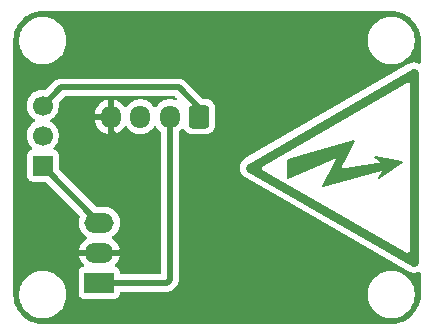
<source format=gbr>
%TF.GenerationSoftware,KiCad,Pcbnew,9.0.3*%
%TF.CreationDate,2025-07-21T23:12:44+12:00*%
%TF.ProjectId,SPI-POWER-INJECTOR,5350492d-504f-4574-9552-2d494e4a4543,rev?*%
%TF.SameCoordinates,Original*%
%TF.FileFunction,Copper,L2,Bot*%
%TF.FilePolarity,Positive*%
%FSLAX46Y46*%
G04 Gerber Fmt 4.6, Leading zero omitted, Abs format (unit mm)*
G04 Created by KiCad (PCBNEW 9.0.3) date 2025-07-21 23:12:44*
%MOMM*%
%LPD*%
G01*
G04 APERTURE LIST*
G04 Aperture macros list*
%AMRoundRect*
0 Rectangle with rounded corners*
0 $1 Rounding radius*
0 $2 $3 $4 $5 $6 $7 $8 $9 X,Y pos of 4 corners*
0 Add a 4 corners polygon primitive as box body*
4,1,4,$2,$3,$4,$5,$6,$7,$8,$9,$2,$3,0*
0 Add four circle primitives for the rounded corners*
1,1,$1+$1,$2,$3*
1,1,$1+$1,$4,$5*
1,1,$1+$1,$6,$7*
1,1,$1+$1,$8,$9*
0 Add four rect primitives between the rounded corners*
20,1,$1+$1,$2,$3,$4,$5,0*
20,1,$1+$1,$4,$5,$6,$7,0*
20,1,$1+$1,$6,$7,$8,$9,0*
20,1,$1+$1,$8,$9,$2,$3,0*%
G04 Aperture macros list end*
%TA.AperFunction,EtchedComponent*%
%ADD10C,0.800000*%
%TD*%
%TA.AperFunction,EtchedComponent*%
%ADD11C,0.200000*%
%TD*%
%TA.AperFunction,ComponentPad*%
%ADD12RoundRect,0.250000X0.600000X0.725000X-0.600000X0.725000X-0.600000X-0.725000X0.600000X-0.725000X0*%
%TD*%
%TA.AperFunction,ComponentPad*%
%ADD13O,1.700000X1.950000*%
%TD*%
%TA.AperFunction,ComponentPad*%
%ADD14R,2.500000X1.700000*%
%TD*%
%TA.AperFunction,ComponentPad*%
%ADD15O,2.500000X1.700000*%
%TD*%
%TA.AperFunction,ComponentPad*%
%ADD16R,1.700000X1.700000*%
%TD*%
%TA.AperFunction,ComponentPad*%
%ADD17C,1.700000*%
%TD*%
%TA.AperFunction,Conductor*%
%ADD18C,0.500000*%
%TD*%
%TA.AperFunction,Conductor*%
%ADD19C,0.200000*%
%TD*%
G04 APERTURE END LIST*
D10*
%TO.C,REF\u002A\u002A*%
X168930000Y-81250000D02*
X155070000Y-89250000D01*
D11*
X168694632Y-82123161D02*
X168285368Y-81856839D01*
X162160000Y-88340000D02*
X162470000Y-88620000D01*
X166050000Y-88610000D02*
X166270000Y-89730000D01*
X162470000Y-88620000D02*
X162660000Y-89150000D01*
X155940000Y-88990000D02*
X155940000Y-89510000D01*
X162660000Y-89150000D02*
X162930000Y-89490000D01*
X168674632Y-96356839D02*
X168265368Y-96623161D01*
D10*
X168930000Y-97250000D02*
X168930000Y-81250000D01*
X168930000Y-97250000D02*
X155070000Y-89250000D01*
D11*
X162568249Y-89424750D02*
X166346500Y-88821500D01*
X165648000Y-88313500D01*
X167933999Y-88789749D01*
X165997250Y-90091500D01*
X166441749Y-89361250D01*
X161234750Y-90790000D01*
X162600000Y-88250000D01*
X158250250Y-90123249D01*
X158250250Y-88567499D01*
X163870000Y-86980000D01*
X162568249Y-89424750D01*
%TA.AperFunction,EtchedComponent*%
G36*
X162568249Y-89424750D02*
G01*
X166346500Y-88821500D01*
X165648000Y-88313500D01*
X167933999Y-88789749D01*
X165997250Y-90091500D01*
X166441749Y-89361250D01*
X161234750Y-90790000D01*
X162600000Y-88250000D01*
X158250250Y-90123249D01*
X158250250Y-88567499D01*
X163870000Y-86980000D01*
X162568249Y-89424750D01*
G37*
%TD.AperFunction*%
%TD*%
D12*
%TO.P,POWER IN,1*%
%TO.N,5VIN*%
X150750000Y-84945000D03*
D13*
%TO.P,POWER IN,2*%
%TO.N,12VIN*%
X148250000Y-84945000D03*
%TO.P,POWER IN,3*%
%TO.N,N/C*%
X145750000Y-84945000D03*
%TO.P,POWER IN,4*%
%TO.N,GND*%
X143250000Y-84945000D03*
%TD*%
D14*
%TO.P,8/36V-5V_2A,1*%
%TO.N,12VIN*%
X142292500Y-98997500D03*
D15*
%TO.P,8/36V-5V_2A,2*%
%TO.N,GND*%
X142292500Y-96457500D03*
%TO.P,8/36V-5V_2A,3*%
%TO.N,5VOLT*%
X142292500Y-93917500D03*
%TD*%
D16*
%TO.P,JP1,1*%
%TO.N,5VOLT*%
X137500000Y-89080000D03*
D17*
%TO.P,JP1,2*%
%TO.N,FUSE*%
X137500000Y-86540000D03*
%TO.P,JP1,3*%
%TO.N,5VIN*%
X137500000Y-84000000D03*
%TD*%
D18*
%TO.N,5VIN*%
X150750000Y-84945000D02*
X150750000Y-84210000D01*
X150750000Y-84210000D02*
X149000000Y-82460000D01*
X149000000Y-82460000D02*
X139040000Y-82460000D01*
X139040000Y-82460000D02*
X137500000Y-84000000D01*
%TO.N,GND*%
X143250000Y-86250000D02*
X143250000Y-84945000D01*
X144042500Y-96457500D02*
X145500000Y-95000000D01*
X142292500Y-96457500D02*
X144042500Y-96457500D01*
X145500000Y-95000000D02*
X145500000Y-88500000D01*
X145500000Y-88500000D02*
X143250000Y-86250000D01*
D19*
%TO.N,5VOLT*%
X137500000Y-89125000D02*
X137500000Y-89080000D01*
D18*
X142292500Y-93917500D02*
X137500000Y-89125000D01*
%TO.N,12VIN*%
X148250000Y-98750000D02*
X148250000Y-94250000D01*
X148002500Y-98997500D02*
X148250000Y-98750000D01*
X148250000Y-84945000D02*
X148250000Y-94250000D01*
X141792500Y-98997500D02*
X148002500Y-98997500D01*
%TD*%
%TA.AperFunction,Conductor*%
%TO.N,GND*%
G36*
X148704809Y-83230185D02*
G01*
X148725451Y-83246819D01*
X148815979Y-83337347D01*
X148849464Y-83398670D01*
X148844480Y-83468362D01*
X148802608Y-83524295D01*
X148737144Y-83548712D01*
X148689981Y-83542959D01*
X148566243Y-83502754D01*
X148566241Y-83502753D01*
X148566240Y-83502753D01*
X148404957Y-83477208D01*
X148356287Y-83469500D01*
X148143713Y-83469500D01*
X148095042Y-83477208D01*
X147933760Y-83502753D01*
X147933757Y-83502754D01*
X147792314Y-83548712D01*
X147731585Y-83568444D01*
X147542179Y-83664951D01*
X147370213Y-83789890D01*
X147219894Y-83940209D01*
X147219890Y-83940214D01*
X147100318Y-84104793D01*
X147044989Y-84147459D01*
X146975375Y-84153438D01*
X146913580Y-84120833D01*
X146899682Y-84104793D01*
X146780109Y-83940214D01*
X146780105Y-83940209D01*
X146629786Y-83789890D01*
X146457820Y-83664951D01*
X146268414Y-83568444D01*
X146268413Y-83568443D01*
X146268412Y-83568443D01*
X146066243Y-83502754D01*
X146066241Y-83502753D01*
X146066240Y-83502753D01*
X145904957Y-83477208D01*
X145856287Y-83469500D01*
X145643713Y-83469500D01*
X145595042Y-83477208D01*
X145433760Y-83502753D01*
X145433757Y-83502754D01*
X145292314Y-83548712D01*
X145231585Y-83568444D01*
X145042179Y-83664951D01*
X144870213Y-83789890D01*
X144719894Y-83940209D01*
X144719890Y-83940214D01*
X144600008Y-84105218D01*
X144544678Y-84147884D01*
X144475065Y-84153863D01*
X144413270Y-84121257D01*
X144399372Y-84105218D01*
X144279727Y-83940540D01*
X144279723Y-83940535D01*
X144129464Y-83790276D01*
X144129459Y-83790272D01*
X143957557Y-83665379D01*
X143768215Y-83568903D01*
X143566124Y-83503241D01*
X143500000Y-83492768D01*
X143500000Y-84540854D01*
X143433343Y-84502370D01*
X143312535Y-84470000D01*
X143187465Y-84470000D01*
X143066657Y-84502370D01*
X143000000Y-84540854D01*
X143000000Y-83492768D01*
X142999999Y-83492768D01*
X142933875Y-83503241D01*
X142731784Y-83568903D01*
X142542442Y-83665379D01*
X142370540Y-83790272D01*
X142370535Y-83790276D01*
X142220276Y-83940535D01*
X142220272Y-83940540D01*
X142095379Y-84112442D01*
X141998904Y-84301782D01*
X141933242Y-84503869D01*
X141933242Y-84503872D01*
X141902970Y-84695000D01*
X142845854Y-84695000D01*
X142807370Y-84761657D01*
X142775000Y-84882465D01*
X142775000Y-85007535D01*
X142807370Y-85128343D01*
X142845854Y-85195000D01*
X141902970Y-85195000D01*
X141933242Y-85386127D01*
X141933242Y-85386130D01*
X141998904Y-85588217D01*
X142095379Y-85777557D01*
X142220272Y-85949459D01*
X142220276Y-85949464D01*
X142370535Y-86099723D01*
X142370540Y-86099727D01*
X142542442Y-86224620D01*
X142731782Y-86321095D01*
X142933871Y-86386757D01*
X143000000Y-86397231D01*
X143000000Y-85349145D01*
X143066657Y-85387630D01*
X143187465Y-85420000D01*
X143312535Y-85420000D01*
X143433343Y-85387630D01*
X143500000Y-85349145D01*
X143500000Y-86397230D01*
X143566126Y-86386757D01*
X143566129Y-86386757D01*
X143768217Y-86321095D01*
X143957557Y-86224620D01*
X144129459Y-86099727D01*
X144129464Y-86099723D01*
X144279721Y-85949466D01*
X144399371Y-85784781D01*
X144454701Y-85742115D01*
X144524314Y-85736136D01*
X144586110Y-85768741D01*
X144600008Y-85784781D01*
X144719890Y-85949785D01*
X144719894Y-85949790D01*
X144870213Y-86100109D01*
X145042179Y-86225048D01*
X145042181Y-86225049D01*
X145042184Y-86225051D01*
X145231588Y-86321557D01*
X145433757Y-86387246D01*
X145643713Y-86420500D01*
X145643714Y-86420500D01*
X145856286Y-86420500D01*
X145856287Y-86420500D01*
X146066243Y-86387246D01*
X146268412Y-86321557D01*
X146457816Y-86225051D01*
X146505811Y-86190181D01*
X146629786Y-86100109D01*
X146629788Y-86100106D01*
X146629792Y-86100104D01*
X146780104Y-85949792D01*
X146899683Y-85785204D01*
X146955011Y-85742540D01*
X147024624Y-85736561D01*
X147086420Y-85769166D01*
X147100313Y-85785199D01*
X147219896Y-85949792D01*
X147370208Y-86100104D01*
X147448384Y-86156902D01*
X147491051Y-86212231D01*
X147499500Y-86257220D01*
X147499500Y-98123000D01*
X147479815Y-98190039D01*
X147427011Y-98235794D01*
X147375500Y-98247000D01*
X144166999Y-98247000D01*
X144099960Y-98227315D01*
X144054205Y-98174511D01*
X144042999Y-98123000D01*
X144042999Y-98099629D01*
X144042998Y-98099623D01*
X144042997Y-98099616D01*
X144036591Y-98040017D01*
X144026554Y-98013107D01*
X143986297Y-97905171D01*
X143986293Y-97905164D01*
X143900047Y-97789955D01*
X143900044Y-97789952D01*
X143784835Y-97703706D01*
X143784828Y-97703702D01*
X143652901Y-97654497D01*
X143596967Y-97612626D01*
X143572550Y-97547162D01*
X143587402Y-97478889D01*
X143608553Y-97450633D01*
X143722228Y-97336958D01*
X143847120Y-97165057D01*
X143943595Y-96975717D01*
X144009257Y-96773629D01*
X144009257Y-96773626D01*
X144019731Y-96707500D01*
X142840982Y-96707500D01*
X142851611Y-96689091D01*
X142892500Y-96536491D01*
X142892500Y-96378509D01*
X142851611Y-96225909D01*
X142840982Y-96207500D01*
X144019731Y-96207500D01*
X144009257Y-96141373D01*
X144009257Y-96141370D01*
X143943595Y-95939282D01*
X143847120Y-95749942D01*
X143722227Y-95578040D01*
X143722223Y-95578035D01*
X143571964Y-95427776D01*
X143571959Y-95427772D01*
X143400055Y-95302877D01*
X143391000Y-95298263D01*
X143340206Y-95250288D01*
X143323412Y-95182466D01*
X143345951Y-95116332D01*
X143391008Y-95077293D01*
X143400316Y-95072551D01*
X143479507Y-95015015D01*
X143572286Y-94947609D01*
X143572288Y-94947606D01*
X143572292Y-94947604D01*
X143722604Y-94797292D01*
X143722606Y-94797288D01*
X143722609Y-94797286D01*
X143847548Y-94625320D01*
X143847547Y-94625320D01*
X143847551Y-94625316D01*
X143944057Y-94435912D01*
X144009746Y-94233743D01*
X144043000Y-94023787D01*
X144043000Y-93811213D01*
X144009746Y-93601257D01*
X143944057Y-93399088D01*
X143847551Y-93209684D01*
X143847549Y-93209681D01*
X143847548Y-93209679D01*
X143722609Y-93037713D01*
X143572286Y-92887390D01*
X143400320Y-92762451D01*
X143210914Y-92665944D01*
X143210913Y-92665943D01*
X143210912Y-92665943D01*
X143008743Y-92600254D01*
X143008741Y-92600253D01*
X143008740Y-92600253D01*
X142847457Y-92574708D01*
X142798787Y-92567000D01*
X142798786Y-92567000D01*
X142054729Y-92567000D01*
X141987690Y-92547315D01*
X141967048Y-92530681D01*
X138886818Y-89450450D01*
X138853333Y-89389127D01*
X138850499Y-89362769D01*
X138850499Y-88182129D01*
X138850498Y-88182123D01*
X138850497Y-88182116D01*
X138844091Y-88122517D01*
X138834290Y-88096240D01*
X138793797Y-87987671D01*
X138793793Y-87987664D01*
X138707547Y-87872455D01*
X138707544Y-87872452D01*
X138592335Y-87786206D01*
X138592328Y-87786202D01*
X138460917Y-87737189D01*
X138404983Y-87695318D01*
X138380566Y-87629853D01*
X138395418Y-87561580D01*
X138416563Y-87533332D01*
X138530104Y-87419792D01*
X138655051Y-87247816D01*
X138751557Y-87058412D01*
X138817246Y-86856243D01*
X138850500Y-86646287D01*
X138850500Y-86433713D01*
X138817246Y-86223757D01*
X138751557Y-86021588D01*
X138655051Y-85832184D01*
X138655049Y-85832181D01*
X138655048Y-85832179D01*
X138530109Y-85660213D01*
X138379786Y-85509890D01*
X138207820Y-85384951D01*
X138207115Y-85384591D01*
X138199054Y-85380485D01*
X138196326Y-85377907D01*
X138192683Y-85377000D01*
X138171126Y-85354108D01*
X138148259Y-85332512D01*
X138147356Y-85328866D01*
X138144783Y-85326134D01*
X138139023Y-85295221D01*
X138131463Y-85264692D01*
X138132673Y-85261138D01*
X138131986Y-85257446D01*
X138143855Y-85228323D01*
X138153999Y-85198556D01*
X138157353Y-85195206D01*
X138158357Y-85192744D01*
X138166378Y-85186194D01*
X138184051Y-85168548D01*
X138191233Y-85163499D01*
X138207816Y-85155051D01*
X138379792Y-85030104D01*
X138530104Y-84879792D01*
X138530106Y-84879788D01*
X138530109Y-84879786D01*
X138655048Y-84707820D01*
X138655047Y-84707820D01*
X138655051Y-84707816D01*
X138751557Y-84518412D01*
X138817246Y-84316243D01*
X138850500Y-84106287D01*
X138850500Y-83893713D01*
X138835382Y-83798268D01*
X138844336Y-83728979D01*
X138870171Y-83691195D01*
X139314549Y-83246819D01*
X139375872Y-83213334D01*
X139402230Y-83210500D01*
X148637770Y-83210500D01*
X148704809Y-83230185D01*
G37*
%TD.AperFunction*%
%TA.AperFunction,Conductor*%
G36*
X167003736Y-76000726D02*
G01*
X167293796Y-76018271D01*
X167308659Y-76020076D01*
X167590798Y-76071780D01*
X167605335Y-76075363D01*
X167879172Y-76160695D01*
X167893163Y-76166000D01*
X168154743Y-76283727D01*
X168167989Y-76290680D01*
X168413465Y-76439075D01*
X168425776Y-76447573D01*
X168535748Y-76533730D01*
X168651573Y-76624473D01*
X168662781Y-76634403D01*
X168865596Y-76837218D01*
X168875526Y-76848426D01*
X168995481Y-77001538D01*
X169052422Y-77074217D01*
X169060926Y-77086537D01*
X169201633Y-77319295D01*
X169209316Y-77332004D01*
X169216275Y-77345263D01*
X169333997Y-77606831D01*
X169339306Y-77620832D01*
X169424635Y-77894663D01*
X169428219Y-77909201D01*
X169479923Y-78191340D01*
X169481728Y-78206205D01*
X169499274Y-78496263D01*
X169499500Y-78503750D01*
X169499500Y-80325620D01*
X169490259Y-80357090D01*
X169482142Y-80388894D01*
X169480460Y-80390459D01*
X169479815Y-80392659D01*
X169455032Y-80414132D01*
X169431004Y-80436504D01*
X169428744Y-80436911D01*
X169427011Y-80438414D01*
X169394531Y-80443084D01*
X169362245Y-80448909D01*
X169359281Y-80448152D01*
X169357853Y-80448358D01*
X169328047Y-80440181D01*
X169305636Y-80430898D01*
X169298235Y-80427544D01*
X169248831Y-80403175D01*
X169248828Y-80403174D01*
X169227971Y-80397583D01*
X169212627Y-80392374D01*
X169192668Y-80384107D01*
X169192666Y-80384106D01*
X169192664Y-80384105D01*
X169192663Y-80384105D01*
X169138628Y-80373355D01*
X169138628Y-80373356D01*
X169134631Y-80372561D01*
X169077497Y-80357246D01*
X169047844Y-80355298D01*
X169039882Y-80353714D01*
X169039881Y-80353714D01*
X169018693Y-80349500D01*
X169018691Y-80349500D01*
X168959526Y-80349500D01*
X168900495Y-80345624D01*
X168871029Y-80349500D01*
X168841309Y-80349500D01*
X168787264Y-80360249D01*
X168787263Y-80360248D01*
X168783252Y-80361045D01*
X168724627Y-80368758D01*
X168696491Y-80378304D01*
X168688526Y-80379889D01*
X168688524Y-80379890D01*
X168667335Y-80384105D01*
X168667329Y-80384107D01*
X168616430Y-80405188D01*
X168616431Y-80405190D01*
X168612672Y-80406747D01*
X168556651Y-80425757D01*
X168530923Y-80440606D01*
X168523416Y-80443716D01*
X168523418Y-80443716D01*
X168503452Y-80451987D01*
X168457631Y-80482602D01*
X168450731Y-80486892D01*
X154648781Y-88453386D01*
X154645264Y-88455415D01*
X154592088Y-88481647D01*
X154568643Y-88499640D01*
X154561591Y-88503711D01*
X154561588Y-88503714D01*
X154543027Y-88514428D01*
X154543018Y-88514434D01*
X154501461Y-88550869D01*
X154501462Y-88550870D01*
X154498414Y-88553541D01*
X154451373Y-88589647D01*
X154431879Y-88611879D01*
X154425758Y-88617246D01*
X154425756Y-88617246D01*
X154409648Y-88631371D01*
X154409644Y-88631375D01*
X154375998Y-88675212D01*
X154370871Y-88681459D01*
X154334437Y-88723014D01*
X154334429Y-88723025D01*
X154323715Y-88741585D01*
X154319644Y-88748637D01*
X154301647Y-88772088D01*
X154275415Y-88825263D01*
X154273390Y-88828772D01*
X154273387Y-88828779D01*
X154245757Y-88876650D01*
X154245756Y-88876652D01*
X154238869Y-88896946D01*
X154232656Y-88911945D01*
X154223176Y-88931164D01*
X154223174Y-88931170D01*
X154208863Y-88984555D01*
X154207816Y-88988462D01*
X154188758Y-89044627D01*
X154184902Y-89073931D01*
X154182795Y-89081794D01*
X154177246Y-89102495D01*
X154177244Y-89102508D01*
X154173623Y-89157651D01*
X154173358Y-89161694D01*
X154165624Y-89220496D01*
X154167560Y-89249993D01*
X154167027Y-89258120D01*
X154165624Y-89279498D01*
X154165624Y-89279505D01*
X154172829Y-89334287D01*
X154173621Y-89342328D01*
X154177244Y-89397496D01*
X154177245Y-89397500D01*
X154181704Y-89414131D01*
X154184902Y-89426061D01*
X154188758Y-89455373D01*
X154207816Y-89511537D01*
X154223175Y-89568831D01*
X154236255Y-89595348D01*
X154245757Y-89623349D01*
X154275407Y-89674719D01*
X154277195Y-89678344D01*
X154277195Y-89678345D01*
X154301648Y-89727914D01*
X154301648Y-89727915D01*
X154314690Y-89744908D01*
X154323714Y-89758412D01*
X154332290Y-89773269D01*
X154334430Y-89776976D01*
X154341571Y-89785120D01*
X154370867Y-89818533D01*
X154370867Y-89818534D01*
X154373544Y-89821588D01*
X154409647Y-89868627D01*
X154431875Y-89888117D01*
X154437238Y-89894233D01*
X154437244Y-89894239D01*
X154451373Y-89910353D01*
X154451376Y-89910356D01*
X154495213Y-89944001D01*
X154501465Y-89949131D01*
X154543024Y-89985570D01*
X154543026Y-89985571D01*
X154561580Y-89996280D01*
X154561583Y-89996282D01*
X154568637Y-90000353D01*
X154592088Y-90018353D01*
X154645271Y-90044586D01*
X154648782Y-90046613D01*
X158191276Y-92091342D01*
X168450745Y-98013114D01*
X168457613Y-98017383D01*
X168503453Y-98048013D01*
X168530914Y-98059387D01*
X168556651Y-98074243D01*
X168612672Y-98093252D01*
X168667334Y-98115894D01*
X168696484Y-98121692D01*
X168724627Y-98131242D01*
X168783281Y-98138957D01*
X168841309Y-98150500D01*
X168862909Y-98150500D01*
X168879079Y-98151559D01*
X168880872Y-98151794D01*
X168900495Y-98154376D01*
X168959526Y-98150500D01*
X169018691Y-98150500D01*
X169047844Y-98144701D01*
X169077497Y-98142754D01*
X169130721Y-98128486D01*
X169138599Y-98126648D01*
X169192666Y-98115894D01*
X169220125Y-98104519D01*
X169248831Y-98096825D01*
X169301883Y-98070655D01*
X169328054Y-98059814D01*
X169397520Y-98052349D01*
X169459999Y-98083626D01*
X169495649Y-98143716D01*
X169499500Y-98174378D01*
X169499500Y-99996249D01*
X169499274Y-100003736D01*
X169481728Y-100293794D01*
X169479923Y-100308659D01*
X169428219Y-100590798D01*
X169424635Y-100605336D01*
X169339306Y-100879167D01*
X169333997Y-100893168D01*
X169216275Y-101154736D01*
X169209316Y-101167995D01*
X169060928Y-101413459D01*
X169052422Y-101425782D01*
X168875526Y-101651573D01*
X168865596Y-101662781D01*
X168662781Y-101865596D01*
X168651573Y-101875526D01*
X168425782Y-102052422D01*
X168413459Y-102060928D01*
X168167995Y-102209316D01*
X168154736Y-102216275D01*
X167893168Y-102333997D01*
X167879167Y-102339306D01*
X167605336Y-102424635D01*
X167590798Y-102428219D01*
X167308659Y-102479923D01*
X167293794Y-102481728D01*
X167003736Y-102499274D01*
X166996249Y-102499500D01*
X137503751Y-102499500D01*
X137496264Y-102499274D01*
X137206205Y-102481728D01*
X137191340Y-102479923D01*
X136909201Y-102428219D01*
X136894663Y-102424635D01*
X136620832Y-102339306D01*
X136606831Y-102333997D01*
X136345263Y-102216275D01*
X136332004Y-102209316D01*
X136086540Y-102060928D01*
X136074217Y-102052422D01*
X136007943Y-102000500D01*
X135848426Y-101875526D01*
X135837218Y-101865596D01*
X135634403Y-101662781D01*
X135624473Y-101651573D01*
X135447573Y-101425776D01*
X135439075Y-101413465D01*
X135290680Y-101167989D01*
X135283727Y-101154743D01*
X135166000Y-100893163D01*
X135160693Y-100879167D01*
X135075364Y-100605336D01*
X135071780Y-100590798D01*
X135035187Y-100391116D01*
X135020075Y-100308657D01*
X135018271Y-100293794D01*
X135000726Y-100003736D01*
X135000500Y-99996249D01*
X135000500Y-99868872D01*
X135499500Y-99868872D01*
X135499500Y-100131127D01*
X135520436Y-100290140D01*
X135533730Y-100391116D01*
X135589210Y-100598170D01*
X135601602Y-100644418D01*
X135601605Y-100644428D01*
X135701953Y-100886690D01*
X135701958Y-100886700D01*
X135833075Y-101113803D01*
X135992718Y-101321851D01*
X135992726Y-101321860D01*
X136178140Y-101507274D01*
X136178148Y-101507281D01*
X136386196Y-101666924D01*
X136613299Y-101798041D01*
X136613309Y-101798046D01*
X136789202Y-101870903D01*
X136855581Y-101898398D01*
X137108884Y-101966270D01*
X137368880Y-102000500D01*
X137368887Y-102000500D01*
X137631113Y-102000500D01*
X137631120Y-102000500D01*
X137891116Y-101966270D01*
X138144419Y-101898398D01*
X138386697Y-101798043D01*
X138613803Y-101666924D01*
X138821851Y-101507282D01*
X138821855Y-101507277D01*
X138821860Y-101507274D01*
X139007274Y-101321860D01*
X139007277Y-101321855D01*
X139007282Y-101321851D01*
X139166924Y-101113803D01*
X139298043Y-100886697D01*
X139398398Y-100644419D01*
X139466270Y-100391116D01*
X139500500Y-100131120D01*
X139500500Y-99868880D01*
X139466270Y-99608884D01*
X139398398Y-99355581D01*
X139345727Y-99228421D01*
X139298046Y-99113309D01*
X139298041Y-99113299D01*
X139166924Y-98886196D01*
X139007281Y-98678148D01*
X139007274Y-98678140D01*
X138821860Y-98492726D01*
X138821851Y-98492718D01*
X138613803Y-98333075D01*
X138386700Y-98201958D01*
X138386690Y-98201953D01*
X138144428Y-98101605D01*
X138144421Y-98101603D01*
X138144419Y-98101602D01*
X137891116Y-98033730D01*
X137833339Y-98026123D01*
X137631127Y-97999500D01*
X137631120Y-97999500D01*
X137368880Y-97999500D01*
X137368872Y-97999500D01*
X137137772Y-98029926D01*
X137108884Y-98033730D01*
X136957687Y-98074243D01*
X136855581Y-98101602D01*
X136855571Y-98101605D01*
X136613309Y-98201953D01*
X136613299Y-98201958D01*
X136386196Y-98333075D01*
X136178148Y-98492718D01*
X135992718Y-98678148D01*
X135833075Y-98886196D01*
X135701958Y-99113299D01*
X135701953Y-99113309D01*
X135601605Y-99355571D01*
X135601602Y-99355581D01*
X135541349Y-99580452D01*
X135533730Y-99608885D01*
X135499500Y-99868872D01*
X135000500Y-99868872D01*
X135000500Y-83893713D01*
X136149500Y-83893713D01*
X136149500Y-84106286D01*
X136180463Y-84301782D01*
X136182754Y-84316243D01*
X136243681Y-84503757D01*
X136248444Y-84518414D01*
X136344951Y-84707820D01*
X136469890Y-84879786D01*
X136620213Y-85030109D01*
X136792182Y-85155050D01*
X136800946Y-85159516D01*
X136851742Y-85207491D01*
X136868536Y-85275312D01*
X136845998Y-85341447D01*
X136800946Y-85380484D01*
X136792182Y-85384949D01*
X136620213Y-85509890D01*
X136469890Y-85660213D01*
X136344951Y-85832179D01*
X136248444Y-86021585D01*
X136182753Y-86223760D01*
X136153256Y-86409998D01*
X136149500Y-86433713D01*
X136149500Y-86646287D01*
X136182754Y-86856243D01*
X136230000Y-87001652D01*
X136248444Y-87058414D01*
X136344951Y-87247820D01*
X136469890Y-87419786D01*
X136583430Y-87533326D01*
X136616915Y-87594649D01*
X136611931Y-87664341D01*
X136570059Y-87720274D01*
X136539083Y-87737189D01*
X136407669Y-87786203D01*
X136407664Y-87786206D01*
X136292455Y-87872452D01*
X136292452Y-87872455D01*
X136206206Y-87987664D01*
X136206202Y-87987671D01*
X136155908Y-88122517D01*
X136152799Y-88151442D01*
X136149501Y-88182123D01*
X136149500Y-88182135D01*
X136149500Y-89977870D01*
X136149501Y-89977876D01*
X136155908Y-90037483D01*
X136206202Y-90172328D01*
X136206206Y-90172335D01*
X136292452Y-90287544D01*
X136292455Y-90287547D01*
X136407664Y-90373793D01*
X136407671Y-90373797D01*
X136542517Y-90424091D01*
X136542516Y-90424091D01*
X136549444Y-90424835D01*
X136602127Y-90430500D01*
X137692769Y-90430499D01*
X137759808Y-90450184D01*
X137780450Y-90466818D01*
X140604813Y-93291181D01*
X140638298Y-93352504D01*
X140635063Y-93417179D01*
X140575254Y-93601255D01*
X140575253Y-93601259D01*
X140542000Y-93811213D01*
X140542000Y-94023786D01*
X140575253Y-94233739D01*
X140640944Y-94435914D01*
X140737451Y-94625320D01*
X140862390Y-94797286D01*
X141012713Y-94947609D01*
X141184679Y-95072548D01*
X141184681Y-95072549D01*
X141184684Y-95072551D01*
X141193993Y-95077294D01*
X141244790Y-95125266D01*
X141261587Y-95193087D01*
X141239052Y-95259222D01*
X141194002Y-95298262D01*
X141184943Y-95302878D01*
X141013040Y-95427772D01*
X141013035Y-95427776D01*
X140862776Y-95578035D01*
X140862772Y-95578040D01*
X140737879Y-95749942D01*
X140641404Y-95939282D01*
X140575742Y-96141370D01*
X140575742Y-96141373D01*
X140565269Y-96207500D01*
X141744018Y-96207500D01*
X141733389Y-96225909D01*
X141692500Y-96378509D01*
X141692500Y-96536491D01*
X141733389Y-96689091D01*
X141744018Y-96707500D01*
X140565269Y-96707500D01*
X140575742Y-96773626D01*
X140575742Y-96773629D01*
X140641404Y-96975717D01*
X140737879Y-97165057D01*
X140862772Y-97336959D01*
X140862776Y-97336964D01*
X140976446Y-97450634D01*
X141009931Y-97511957D01*
X141004947Y-97581649D01*
X140963075Y-97637582D01*
X140932098Y-97654497D01*
X140800171Y-97703702D01*
X140800164Y-97703706D01*
X140684955Y-97789952D01*
X140684952Y-97789955D01*
X140598706Y-97905164D01*
X140598702Y-97905171D01*
X140548408Y-98040017D01*
X140544729Y-98074243D01*
X140542001Y-98099623D01*
X140542000Y-98099635D01*
X140542000Y-99895370D01*
X140542001Y-99895376D01*
X140548408Y-99954983D01*
X140598702Y-100089828D01*
X140598706Y-100089835D01*
X140684952Y-100205044D01*
X140684955Y-100205047D01*
X140800164Y-100291293D01*
X140800171Y-100291297D01*
X140935017Y-100341591D01*
X140935016Y-100341591D01*
X140941944Y-100342335D01*
X140994627Y-100348000D01*
X143590372Y-100347999D01*
X143649983Y-100341591D01*
X143784831Y-100291296D01*
X143900046Y-100205046D01*
X143986296Y-100089831D01*
X144036591Y-99954983D01*
X144043000Y-99895373D01*
X144043000Y-99872000D01*
X144043918Y-99868872D01*
X164999500Y-99868872D01*
X164999500Y-100131127D01*
X165020436Y-100290140D01*
X165033730Y-100391116D01*
X165089210Y-100598170D01*
X165101602Y-100644418D01*
X165101605Y-100644428D01*
X165201953Y-100886690D01*
X165201958Y-100886700D01*
X165333075Y-101113803D01*
X165492718Y-101321851D01*
X165492726Y-101321860D01*
X165678140Y-101507274D01*
X165678148Y-101507281D01*
X165886196Y-101666924D01*
X166113299Y-101798041D01*
X166113309Y-101798046D01*
X166289202Y-101870903D01*
X166355581Y-101898398D01*
X166608884Y-101966270D01*
X166868880Y-102000500D01*
X166868887Y-102000500D01*
X167131113Y-102000500D01*
X167131120Y-102000500D01*
X167391116Y-101966270D01*
X167644419Y-101898398D01*
X167886697Y-101798043D01*
X168113803Y-101666924D01*
X168321851Y-101507282D01*
X168321855Y-101507277D01*
X168321860Y-101507274D01*
X168507274Y-101321860D01*
X168507277Y-101321855D01*
X168507282Y-101321851D01*
X168666924Y-101113803D01*
X168798043Y-100886697D01*
X168898398Y-100644419D01*
X168966270Y-100391116D01*
X169000500Y-100131120D01*
X169000500Y-99868880D01*
X168966270Y-99608884D01*
X168898398Y-99355581D01*
X168845727Y-99228421D01*
X168798046Y-99113309D01*
X168798041Y-99113299D01*
X168666924Y-98886196D01*
X168507281Y-98678148D01*
X168507274Y-98678140D01*
X168321860Y-98492726D01*
X168321851Y-98492718D01*
X168113803Y-98333075D01*
X167886700Y-98201958D01*
X167886690Y-98201953D01*
X167644428Y-98101605D01*
X167644421Y-98101603D01*
X167644419Y-98101602D01*
X167391116Y-98033730D01*
X167333339Y-98026123D01*
X167131127Y-97999500D01*
X167131120Y-97999500D01*
X166868880Y-97999500D01*
X166868872Y-97999500D01*
X166637772Y-98029926D01*
X166608884Y-98033730D01*
X166457687Y-98074243D01*
X166355581Y-98101602D01*
X166355571Y-98101605D01*
X166113309Y-98201953D01*
X166113299Y-98201958D01*
X165886196Y-98333075D01*
X165678148Y-98492718D01*
X165492718Y-98678148D01*
X165333075Y-98886196D01*
X165201958Y-99113299D01*
X165201953Y-99113309D01*
X165101605Y-99355571D01*
X165101602Y-99355581D01*
X165041349Y-99580452D01*
X165033730Y-99608885D01*
X164999500Y-99868872D01*
X144043918Y-99868872D01*
X144062685Y-99804961D01*
X144115489Y-99759206D01*
X144167000Y-99748000D01*
X148076420Y-99748000D01*
X148100531Y-99743204D01*
X148187213Y-99725960D01*
X148221413Y-99719158D01*
X148357995Y-99662584D01*
X148407229Y-99629686D01*
X148480916Y-99580452D01*
X148832952Y-99228416D01*
X148857210Y-99192110D01*
X148906375Y-99118530D01*
X148906377Y-99118525D01*
X148906381Y-99118520D01*
X148915084Y-99105495D01*
X148971658Y-98968913D01*
X149000500Y-98823918D01*
X149000500Y-94176082D01*
X149000500Y-86257220D01*
X149020185Y-86190181D01*
X149051614Y-86156902D01*
X149129792Y-86100104D01*
X149268604Y-85961291D01*
X149329923Y-85927809D01*
X149399615Y-85932793D01*
X149455549Y-85974664D01*
X149461821Y-85983878D01*
X149465185Y-85989333D01*
X149465186Y-85989334D01*
X149557288Y-86138656D01*
X149681344Y-86262712D01*
X149830666Y-86354814D01*
X149997203Y-86409999D01*
X150099991Y-86420500D01*
X151400008Y-86420499D01*
X151502797Y-86409999D01*
X151669334Y-86354814D01*
X151818656Y-86262712D01*
X151942712Y-86138656D01*
X152034814Y-85989334D01*
X152089999Y-85822797D01*
X152100500Y-85720009D01*
X152100499Y-84169992D01*
X152098851Y-84153863D01*
X152089999Y-84067203D01*
X152089998Y-84067200D01*
X152034814Y-83900666D01*
X151942712Y-83751344D01*
X151818656Y-83627288D01*
X151669334Y-83535186D01*
X151502797Y-83480001D01*
X151502795Y-83480000D01*
X151400016Y-83469500D01*
X151400009Y-83469500D01*
X151122230Y-83469500D01*
X151055191Y-83449815D01*
X151034549Y-83433181D01*
X149478421Y-81877052D01*
X149478414Y-81877046D01*
X149404729Y-81827812D01*
X149404729Y-81827813D01*
X149355491Y-81794913D01*
X149218917Y-81738343D01*
X149218907Y-81738340D01*
X149073920Y-81709500D01*
X149073918Y-81709500D01*
X138966082Y-81709500D01*
X138966080Y-81709500D01*
X138821092Y-81738340D01*
X138821086Y-81738342D01*
X138684508Y-81794914D01*
X138684496Y-81794921D01*
X138635270Y-81827811D01*
X138635271Y-81827812D01*
X138561581Y-81877049D01*
X137808806Y-82629824D01*
X137747483Y-82663309D01*
X137701726Y-82664616D01*
X137606291Y-82649500D01*
X137606287Y-82649500D01*
X137393713Y-82649500D01*
X137345042Y-82657208D01*
X137183760Y-82682753D01*
X136981585Y-82748444D01*
X136792179Y-82844951D01*
X136620213Y-82969890D01*
X136469890Y-83120213D01*
X136344951Y-83292179D01*
X136248444Y-83481585D01*
X136248443Y-83481587D01*
X136248443Y-83481588D01*
X136234567Y-83524295D01*
X136182753Y-83683760D01*
X136149500Y-83893713D01*
X135000500Y-83893713D01*
X135000500Y-78503750D01*
X135000726Y-78496263D01*
X135008432Y-78368872D01*
X135499500Y-78368872D01*
X135499500Y-78631127D01*
X135520436Y-78790140D01*
X135533730Y-78891116D01*
X135555178Y-78971161D01*
X135601602Y-79144418D01*
X135601605Y-79144428D01*
X135701953Y-79386690D01*
X135701958Y-79386700D01*
X135833075Y-79613803D01*
X135992718Y-79821851D01*
X135992726Y-79821860D01*
X136178140Y-80007274D01*
X136178148Y-80007281D01*
X136386196Y-80166924D01*
X136613299Y-80298041D01*
X136613309Y-80298046D01*
X136848536Y-80395480D01*
X136855581Y-80398398D01*
X137108884Y-80466270D01*
X137368880Y-80500500D01*
X137368887Y-80500500D01*
X137631113Y-80500500D01*
X137631120Y-80500500D01*
X137891116Y-80466270D01*
X138144419Y-80398398D01*
X138386697Y-80298043D01*
X138613803Y-80166924D01*
X138821851Y-80007282D01*
X138821855Y-80007277D01*
X138821860Y-80007274D01*
X139007274Y-79821860D01*
X139007277Y-79821855D01*
X139007282Y-79821851D01*
X139166924Y-79613803D01*
X139298043Y-79386697D01*
X139398398Y-79144419D01*
X139466270Y-78891116D01*
X139500500Y-78631120D01*
X139500500Y-78368880D01*
X139500499Y-78368872D01*
X164999500Y-78368872D01*
X164999500Y-78631127D01*
X165020436Y-78790140D01*
X165033730Y-78891116D01*
X165055178Y-78971161D01*
X165101602Y-79144418D01*
X165101605Y-79144428D01*
X165201953Y-79386690D01*
X165201958Y-79386700D01*
X165333075Y-79613803D01*
X165492718Y-79821851D01*
X165492726Y-79821860D01*
X165678140Y-80007274D01*
X165678148Y-80007281D01*
X165886196Y-80166924D01*
X166113299Y-80298041D01*
X166113309Y-80298046D01*
X166348536Y-80395480D01*
X166355581Y-80398398D01*
X166608884Y-80466270D01*
X166868880Y-80500500D01*
X166868887Y-80500500D01*
X167131113Y-80500500D01*
X167131120Y-80500500D01*
X167391116Y-80466270D01*
X167644419Y-80398398D01*
X167886697Y-80298043D01*
X168113803Y-80166924D01*
X168321851Y-80007282D01*
X168321855Y-80007277D01*
X168321860Y-80007274D01*
X168507274Y-79821860D01*
X168507277Y-79821855D01*
X168507282Y-79821851D01*
X168666924Y-79613803D01*
X168798043Y-79386697D01*
X168898398Y-79144419D01*
X168966270Y-78891116D01*
X169000500Y-78631120D01*
X169000500Y-78368880D01*
X168966270Y-78108884D01*
X168898398Y-77855581D01*
X168798193Y-77613665D01*
X168798046Y-77613309D01*
X168798041Y-77613299D01*
X168666924Y-77386196D01*
X168507281Y-77178148D01*
X168507274Y-77178140D01*
X168321860Y-76992726D01*
X168321851Y-76992718D01*
X168113803Y-76833075D01*
X167886700Y-76701958D01*
X167886690Y-76701953D01*
X167644428Y-76601605D01*
X167644421Y-76601603D01*
X167644419Y-76601602D01*
X167391116Y-76533730D01*
X167333339Y-76526123D01*
X167131127Y-76499500D01*
X167131120Y-76499500D01*
X166868880Y-76499500D01*
X166868872Y-76499500D01*
X166637772Y-76529926D01*
X166608884Y-76533730D01*
X166355581Y-76601602D01*
X166355571Y-76601605D01*
X166113309Y-76701953D01*
X166113299Y-76701958D01*
X165886196Y-76833075D01*
X165678148Y-76992718D01*
X165492718Y-77178148D01*
X165333075Y-77386196D01*
X165201958Y-77613299D01*
X165201953Y-77613309D01*
X165101605Y-77855571D01*
X165101602Y-77855581D01*
X165066724Y-77985750D01*
X165033730Y-78108885D01*
X164999500Y-78368872D01*
X139500499Y-78368872D01*
X139466270Y-78108884D01*
X139398398Y-77855581D01*
X139298193Y-77613665D01*
X139298046Y-77613309D01*
X139298041Y-77613299D01*
X139166924Y-77386196D01*
X139007281Y-77178148D01*
X139007274Y-77178140D01*
X138821860Y-76992726D01*
X138821851Y-76992718D01*
X138613803Y-76833075D01*
X138386700Y-76701958D01*
X138386690Y-76701953D01*
X138144428Y-76601605D01*
X138144421Y-76601603D01*
X138144419Y-76601602D01*
X137891116Y-76533730D01*
X137833339Y-76526123D01*
X137631127Y-76499500D01*
X137631120Y-76499500D01*
X137368880Y-76499500D01*
X137368872Y-76499500D01*
X137137772Y-76529926D01*
X137108884Y-76533730D01*
X136855581Y-76601602D01*
X136855571Y-76601605D01*
X136613309Y-76701953D01*
X136613299Y-76701958D01*
X136386196Y-76833075D01*
X136178148Y-76992718D01*
X135992718Y-77178148D01*
X135833075Y-77386196D01*
X135701958Y-77613299D01*
X135701953Y-77613309D01*
X135601605Y-77855571D01*
X135601602Y-77855581D01*
X135566724Y-77985750D01*
X135533730Y-78108885D01*
X135499500Y-78368872D01*
X135008432Y-78368872D01*
X135009130Y-78357334D01*
X135009130Y-78357333D01*
X135018271Y-78206206D01*
X135020076Y-78191340D01*
X135035187Y-78108885D01*
X135071780Y-77909197D01*
X135075364Y-77894663D01*
X135160696Y-77620822D01*
X135165998Y-77606841D01*
X135283731Y-77345249D01*
X135290676Y-77332016D01*
X135439080Y-77086526D01*
X135447567Y-77074230D01*
X135624480Y-76848417D01*
X135634395Y-76837226D01*
X135837226Y-76634395D01*
X135848417Y-76624480D01*
X136074230Y-76447567D01*
X136086526Y-76439080D01*
X136332016Y-76290676D01*
X136345249Y-76283731D01*
X136606841Y-76165998D01*
X136620822Y-76160696D01*
X136894668Y-76075362D01*
X136909197Y-76071780D01*
X137191344Y-76020075D01*
X137206201Y-76018271D01*
X137496264Y-76000726D01*
X137503751Y-76000500D01*
X137565892Y-76000500D01*
X166934108Y-76000500D01*
X166996249Y-76000500D01*
X167003736Y-76000726D01*
G37*
%TD.AperFunction*%
%TD*%
M02*

</source>
